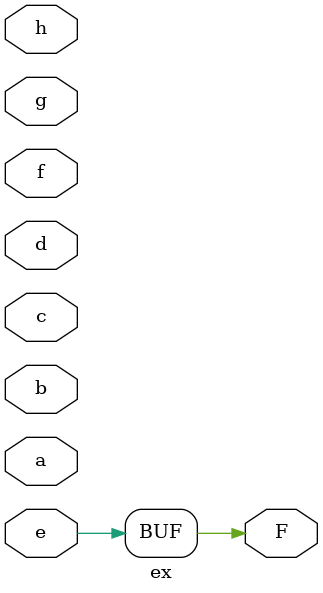
<source format=v>

module ex ( 
    a, b, c, d, e, f, g, h,
    F  );
  input  a, b, c, d, e, f, g, h;
  output F;
  assign F = e;
endmodule



</source>
